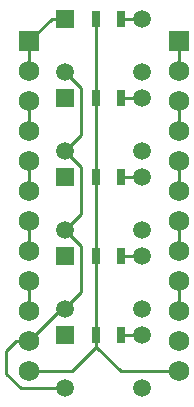
<source format=gbl>
%FSLAX33Y33*%
%MOMM*%
%AMRect-W670710-H1320710-RO1.000*
21,1,0.67071,1.32071,0.,0.,180*%
%ADD10C,0.25*%
%ADD11Rect-W670710-H1320710-RO1.000*%
%ADD12R,1.5X1.5*%
%ADD13C,1.5*%
%ADD14R,1.75X1.75*%
%ADD15C,1.75*%
D10*
%LNbottom copper_traces*%
G01*
X6750Y14750D02*
X8125Y16125D01*
X2975Y1350D02*
X1750Y2575D01*
X3700Y28160D02*
X3700Y30750D01*
X3700Y23130D02*
X3700Y25670D01*
X3700Y7890D02*
X3700Y10430D01*
X11440Y2810D02*
X9400Y4850D01*
X16400Y28210D02*
X16400Y30750D01*
X3700Y5350D02*
X6500Y8150D01*
X11500Y25950D02*
X13400Y25950D01*
X6750Y1350D02*
X2975Y1350D01*
X11500Y32660D02*
X13249Y32660D01*
X6750Y8150D02*
X8125Y9525D01*
X11500Y19261D02*
X13250Y19261D01*
X5610Y32660D02*
X6650Y32660D01*
X8125Y9525D02*
X8125Y13375D01*
X1750Y2575D02*
X1750Y4550D01*
X11625Y5850D02*
X13075Y5850D01*
X1750Y4550D02*
X2550Y5350D01*
X8125Y26785D02*
X6750Y28160D01*
X16400Y2810D02*
X11440Y2810D01*
X3700Y2810D02*
X7360Y2810D01*
X8125Y22825D02*
X8125Y26785D01*
X7360Y2810D02*
X9400Y4850D01*
X3700Y12970D02*
X3700Y15510D01*
X11500Y12550D02*
X13239Y12550D01*
X16400Y18050D02*
X16400Y20590D01*
X8125Y20075D02*
X6750Y21450D01*
X16400Y12970D02*
X16400Y15510D01*
X2550Y5350D02*
X3700Y5350D01*
X3700Y30750D02*
X5610Y32660D01*
X8125Y16125D02*
X8125Y20075D01*
X6500Y8150D02*
X6750Y8150D01*
X9400Y4850D02*
X9400Y32660D01*
X16400Y23130D02*
X16400Y25670D01*
X3700Y18050D02*
X3700Y20590D01*
X6750Y21450D02*
X8125Y22825D01*
X8125Y13375D02*
X6750Y14750D01*
X16400Y7890D02*
X16400Y10430D01*
%LNbottom copper component 1fd03bca117f9aec*%
D11*
X11500Y32661D03*
X9400Y32661D03*
%LNbottom copper component b5b981657f2f8731*%
D12*
X6750Y12550D03*
D13*
X6750Y8050D03*
X13250Y8050D03*
X13250Y12550D03*
%LNbottom copper component fb49618feed99df2*%
D12*
X6750Y32660D03*
D13*
X6750Y28160D03*
X13250Y28160D03*
X13250Y32660D03*
%LNbottom copper component 37417e4259248a20*%
D14*
X16400Y30750D03*
D15*
X16400Y28210D03*
X16400Y25670D03*
X16400Y23130D03*
X16400Y20590D03*
X16400Y18050D03*
X16400Y15510D03*
X16400Y12970D03*
X16400Y10430D03*
X16400Y7890D03*
X16400Y5350D03*
X16400Y2810D03*
%LNbottom copper component 48f42d382d4c7276*%
D11*
X11500Y5861D03*
X9400Y5861D03*
%LNbottom copper component e1d5e43d5734db6b*%
D14*
X3700Y30750D03*
D15*
X3700Y28210D03*
X3700Y25670D03*
X3700Y23130D03*
X3700Y20590D03*
X3700Y18050D03*
X3700Y15510D03*
X3700Y12970D03*
X3700Y10430D03*
X3700Y7890D03*
X3700Y5350D03*
X3700Y2810D03*
%LNbottom copper component 145f1bd0c0621054*%
D11*
X11500Y25936D03*
X9400Y25936D03*
%LNbottom copper component 5d6e294dc6e30267*%
X11500Y12561D03*
X9400Y12561D03*
%LNbottom copper component 144fe9a21d20c8f6*%
D12*
X6750Y19250D03*
D13*
X6750Y14750D03*
X13250Y14750D03*
X13250Y19250D03*
%LNbottom copper component 23d714dbf6837599*%
D11*
X11500Y19261D03*
X9400Y19261D03*
%LNbottom copper component 71733dfa736b678a*%
D12*
X6750Y5850D03*
D13*
X6750Y1350D03*
X13250Y1350D03*
X13250Y5850D03*
%LNbottom copper component 6d5c9a98175d7d20*%
D12*
X6750Y25950D03*
D13*
X6750Y21450D03*
X13250Y21450D03*
X13250Y25950D03*
M02*
</source>
